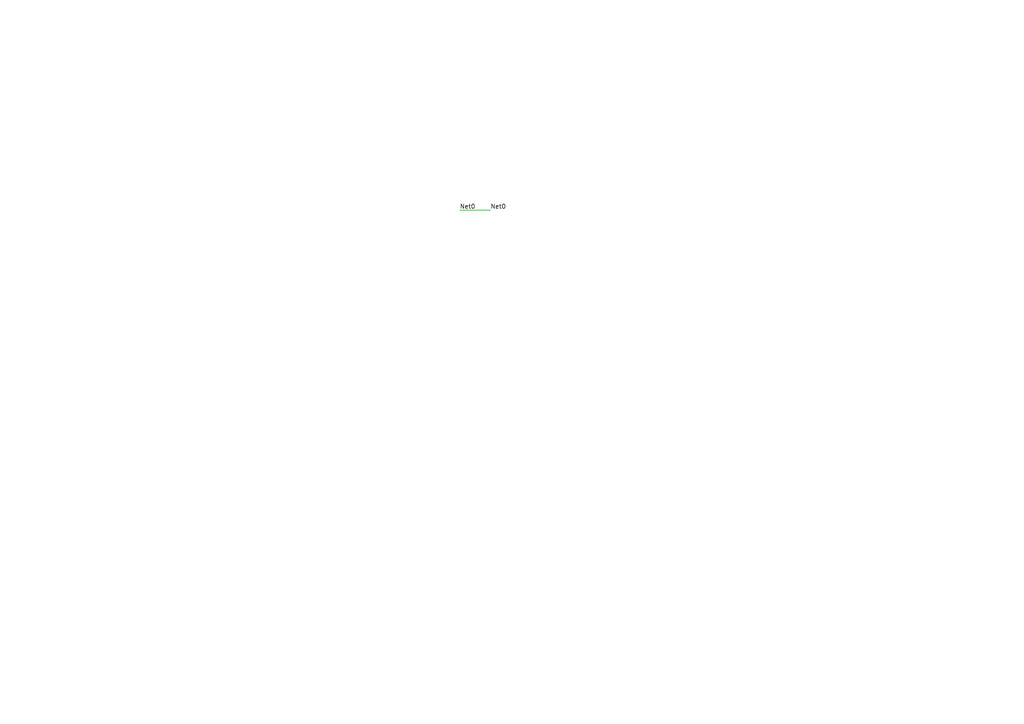
<source format=kicad_sch>
(kicad_sch
	(version 20231120)
	(generator "eeschema")
	(generator_version "8.0")
	(uuid "23bb2798-d93a-4696-a962-c305c4298a0c")
	(paper "A4")
	(lib_symbols)
	(wire
		(pts
			(xy 133.35 60.96) (xy 142.24 60.96)
		)
		(stroke
			(width 0)
			(type default)
		)
		(uuid "23286ed8-1e85-4bf3-b34a-b9a324495bee")
	)
	(label "Net0"
		(at 133.35 60.96 0)
		(fields_autoplaced yes)
		(effects
			(font
				(size 1.27 1.27)
			)
			(justify left bottom)
		)
		(uuid "c290f735-9cf0-4c0b-929a-2d7582be9ce3")
	)
	(label "Net0"
		(at 142.24 60.96 0)
		(fields_autoplaced yes)
		(effects
			(font
				(size 1.27 1.27)
			)
			(justify left bottom)
		)
		(uuid "eda20711-882d-46c7-9fee-8ea6bdd65b30")
	)
	(sheet_instances
		(path "/"
			(page "1")
		)
	)
)

</source>
